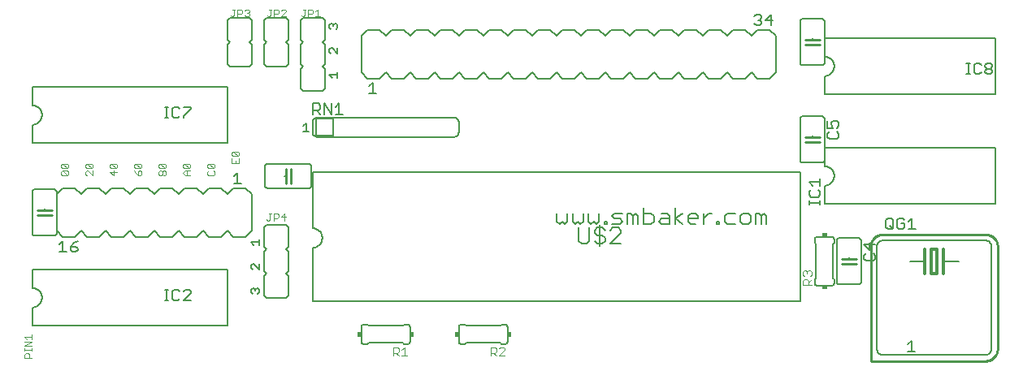
<source format=gto>
G75*
%MOIN*%
%OFA0B0*%
%FSLAX24Y24*%
%IPPOS*%
%LPD*%
%AMOC8*
5,1,8,0,0,1.08239X$1,22.5*
%
%ADD10C,0.0030*%
%ADD11C,0.0060*%
%ADD12C,0.0050*%
%ADD13C,0.0100*%
%ADD14C,0.0120*%
%ADD15C,0.0040*%
%ADD16R,0.0150X0.0200*%
%ADD17R,0.0200X0.0150*%
D10*
X000295Y002115D02*
X000295Y002260D01*
X000343Y002308D01*
X000440Y002308D01*
X000488Y002260D01*
X000488Y002115D01*
X000585Y002115D02*
X000295Y002115D01*
X000295Y002410D02*
X000295Y002506D01*
X000295Y002458D02*
X000585Y002458D01*
X000585Y002410D02*
X000585Y002506D01*
X000585Y002606D02*
X000295Y002606D01*
X000585Y002800D01*
X000295Y002800D01*
X000392Y002901D02*
X000295Y002997D01*
X000585Y002997D01*
X000585Y002901D02*
X000585Y003094D01*
X010215Y007813D02*
X010263Y007765D01*
X010312Y007765D01*
X010360Y007813D01*
X010360Y008055D01*
X010312Y008055D02*
X010408Y008055D01*
X010510Y008055D02*
X010655Y008055D01*
X010703Y008007D01*
X010703Y007910D01*
X010655Y007862D01*
X010510Y007862D01*
X010510Y007765D02*
X010510Y008055D01*
X010804Y007910D02*
X010998Y007910D01*
X010949Y007765D02*
X010949Y008055D01*
X010804Y007910D01*
X008085Y009663D02*
X008085Y009760D01*
X008037Y009808D01*
X008037Y009910D02*
X007843Y010103D01*
X008037Y010103D01*
X008085Y010055D01*
X008085Y009958D01*
X008037Y009910D01*
X007843Y009910D01*
X007795Y009958D01*
X007795Y010055D01*
X007843Y010103D01*
X007843Y009808D02*
X007795Y009760D01*
X007795Y009663D01*
X007843Y009615D01*
X008037Y009615D01*
X008085Y009663D01*
X007085Y009615D02*
X006892Y009615D01*
X006795Y009712D01*
X006892Y009808D01*
X007085Y009808D01*
X007037Y009910D02*
X006843Y009910D01*
X006795Y009958D01*
X006795Y010055D01*
X006843Y010103D01*
X007037Y009910D01*
X007085Y009958D01*
X007085Y010055D01*
X007037Y010103D01*
X006843Y010103D01*
X006940Y009808D02*
X006940Y009615D01*
X006085Y009663D02*
X006037Y009615D01*
X005988Y009615D01*
X005940Y009663D01*
X005940Y009760D01*
X005988Y009808D01*
X006037Y009808D01*
X006085Y009760D01*
X006085Y009663D01*
X005940Y009663D02*
X005892Y009615D01*
X005843Y009615D01*
X005795Y009663D01*
X005795Y009760D01*
X005843Y009808D01*
X005892Y009808D01*
X005940Y009760D01*
X006037Y009910D02*
X005843Y010103D01*
X006037Y010103D01*
X006085Y010055D01*
X006085Y009958D01*
X006037Y009910D01*
X005843Y009910D01*
X005795Y009958D01*
X005795Y010055D01*
X005843Y010103D01*
X005085Y010055D02*
X005085Y009958D01*
X005037Y009910D01*
X004843Y010103D01*
X005037Y010103D01*
X005085Y010055D01*
X005037Y009910D02*
X004843Y009910D01*
X004795Y009958D01*
X004795Y010055D01*
X004843Y010103D01*
X004085Y010055D02*
X004085Y009958D01*
X004037Y009910D01*
X003843Y010103D01*
X004037Y010103D01*
X004085Y010055D01*
X004037Y009910D02*
X003843Y009910D01*
X003795Y009958D01*
X003795Y010055D01*
X003843Y010103D01*
X003940Y009808D02*
X003940Y009615D01*
X003795Y009760D01*
X004085Y009760D01*
X004795Y009808D02*
X004843Y009712D01*
X004940Y009615D01*
X004940Y009760D01*
X004988Y009808D01*
X005037Y009808D01*
X005085Y009760D01*
X005085Y009663D01*
X005037Y009615D01*
X004940Y009615D01*
X003085Y009615D02*
X002892Y009808D01*
X002843Y009808D01*
X002795Y009760D01*
X002795Y009663D01*
X002843Y009615D01*
X003085Y009615D02*
X003085Y009808D01*
X003037Y009910D02*
X002843Y010103D01*
X003037Y010103D01*
X003085Y010055D01*
X003085Y009958D01*
X003037Y009910D01*
X002843Y009910D01*
X002795Y009958D01*
X002795Y010055D01*
X002843Y010103D01*
X002085Y010055D02*
X002085Y009958D01*
X002037Y009910D01*
X001843Y010103D01*
X002037Y010103D01*
X002085Y010055D01*
X002037Y009910D02*
X001843Y009910D01*
X001795Y009958D01*
X001795Y010055D01*
X001843Y010103D01*
X001843Y009808D02*
X002037Y009615D01*
X002085Y009663D01*
X002085Y009760D01*
X002037Y009808D01*
X001843Y009808D01*
X001795Y009760D01*
X001795Y009663D01*
X001843Y009615D01*
X002037Y009615D01*
X008795Y010115D02*
X009085Y010115D01*
X009085Y010308D01*
X009037Y010410D02*
X008843Y010410D01*
X008795Y010458D01*
X008795Y010555D01*
X008843Y010603D01*
X009037Y010410D01*
X009085Y010458D01*
X009085Y010555D01*
X009037Y010603D01*
X008843Y010603D01*
X008795Y010308D02*
X008795Y010115D01*
X008940Y010115D02*
X008940Y010212D01*
X009026Y016145D02*
X009026Y016435D01*
X009171Y016435D01*
X009219Y016387D01*
X009219Y016290D01*
X009171Y016242D01*
X009026Y016242D01*
X008876Y016193D02*
X008876Y016435D01*
X008828Y016435D02*
X008925Y016435D01*
X009320Y016387D02*
X009369Y016435D01*
X009465Y016435D01*
X009514Y016387D01*
X009514Y016338D01*
X009465Y016290D01*
X009514Y016242D01*
X009514Y016193D01*
X009465Y016145D01*
X009369Y016145D01*
X009320Y016193D01*
X009417Y016290D02*
X009465Y016290D01*
X008876Y016193D02*
X008828Y016145D01*
X008779Y016145D01*
X008731Y016193D01*
X010231Y016193D02*
X010279Y016145D01*
X010328Y016145D01*
X010376Y016193D01*
X010376Y016435D01*
X010328Y016435D02*
X010425Y016435D01*
X010526Y016435D02*
X010671Y016435D01*
X010719Y016387D01*
X010719Y016290D01*
X010671Y016242D01*
X010526Y016242D01*
X010526Y016145D02*
X010526Y016435D01*
X010820Y016387D02*
X010869Y016435D01*
X010965Y016435D01*
X011014Y016387D01*
X011014Y016338D01*
X010820Y016145D01*
X011014Y016145D01*
X011631Y016193D02*
X011679Y016145D01*
X011728Y016145D01*
X011776Y016193D01*
X011776Y016435D01*
X011728Y016435D02*
X011825Y016435D01*
X011926Y016435D02*
X012071Y016435D01*
X012119Y016387D01*
X012119Y016290D01*
X012071Y016242D01*
X011926Y016242D01*
X011926Y016145D02*
X011926Y016435D01*
X012220Y016338D02*
X012317Y016435D01*
X012317Y016145D01*
X012220Y016145D02*
X012414Y016145D01*
D11*
X012500Y016100D02*
X011700Y016100D01*
X011600Y016000D01*
X011600Y015200D01*
X011700Y015100D01*
X011600Y015000D01*
X011600Y014200D01*
X011700Y014100D01*
X011600Y014000D01*
X011600Y013200D01*
X011700Y013100D01*
X012500Y013100D01*
X012600Y013200D01*
X012600Y014000D01*
X012500Y014100D01*
X012600Y014200D01*
X012600Y015000D01*
X012500Y015100D01*
X012600Y015200D01*
X012600Y016000D01*
X012500Y016100D01*
X011100Y016000D02*
X011000Y016100D01*
X010200Y016100D01*
X010100Y016000D01*
X010100Y015200D01*
X010200Y015100D01*
X010100Y015000D01*
X010100Y014200D01*
X010200Y014100D01*
X011000Y014100D01*
X011100Y014200D01*
X011100Y015000D01*
X011000Y015100D01*
X011100Y015200D01*
X011100Y016000D01*
X009600Y016000D02*
X009600Y015200D01*
X009500Y015100D01*
X009600Y015000D01*
X009600Y014200D01*
X009500Y014100D01*
X008700Y014100D01*
X008600Y014200D01*
X008600Y015000D01*
X008700Y015100D01*
X008600Y015200D01*
X008600Y016000D01*
X008700Y016100D01*
X009500Y016100D01*
X009600Y016000D01*
X014100Y015350D02*
X014100Y013850D01*
X014350Y013600D01*
X014850Y013600D01*
X015100Y013850D01*
X015350Y013600D01*
X015850Y013600D01*
X016100Y013850D01*
X016350Y013600D01*
X016850Y013600D01*
X017100Y013850D01*
X017350Y013600D01*
X017850Y013600D01*
X018100Y013850D01*
X018350Y013600D01*
X018850Y013600D01*
X019100Y013850D01*
X019350Y013600D01*
X019850Y013600D01*
X020100Y013850D01*
X020350Y013600D01*
X020850Y013600D01*
X021100Y013850D01*
X021350Y013600D01*
X021850Y013600D01*
X022100Y013850D01*
X022350Y013600D01*
X022850Y013600D01*
X023100Y013850D01*
X023350Y013600D01*
X023850Y013600D01*
X024100Y013850D01*
X024350Y013600D01*
X024850Y013600D01*
X025100Y013850D01*
X025350Y013600D01*
X025850Y013600D01*
X026100Y013850D01*
X026350Y013600D01*
X026850Y013600D01*
X027100Y013850D01*
X027350Y013600D01*
X027850Y013600D01*
X028100Y013850D01*
X028350Y013600D01*
X028850Y013600D01*
X029100Y013850D01*
X029350Y013600D01*
X029850Y013600D01*
X030100Y013850D01*
X030350Y013600D01*
X030850Y013600D01*
X031100Y013850D01*
X031100Y015350D01*
X030850Y015600D01*
X030350Y015600D01*
X030100Y015350D01*
X029850Y015600D01*
X029350Y015600D01*
X029100Y015350D01*
X028850Y015600D01*
X028350Y015600D01*
X028100Y015350D01*
X027850Y015600D01*
X027350Y015600D01*
X027100Y015350D01*
X026850Y015600D01*
X026350Y015600D01*
X026100Y015350D01*
X025850Y015600D01*
X025350Y015600D01*
X025100Y015350D01*
X024850Y015600D01*
X024350Y015600D01*
X024100Y015350D01*
X023850Y015600D01*
X023350Y015600D01*
X023100Y015350D01*
X022850Y015600D01*
X022350Y015600D01*
X022100Y015350D01*
X021850Y015600D01*
X021350Y015600D01*
X021100Y015350D01*
X020850Y015600D01*
X020350Y015600D01*
X020100Y015350D01*
X019850Y015600D01*
X019350Y015600D01*
X019100Y015350D01*
X018850Y015600D01*
X018350Y015600D01*
X018100Y015350D01*
X017850Y015600D01*
X017350Y015600D01*
X017100Y015350D01*
X016850Y015600D01*
X016350Y015600D01*
X016100Y015350D01*
X015850Y015600D01*
X015350Y015600D01*
X015100Y015350D01*
X014850Y015600D01*
X014350Y015600D01*
X014100Y015350D01*
X008600Y013250D02*
X008600Y010950D01*
X000600Y010950D01*
X000600Y011700D01*
X000639Y011702D01*
X000678Y011708D01*
X000716Y011717D01*
X000753Y011730D01*
X000789Y011747D01*
X000822Y011767D01*
X000854Y011791D01*
X000883Y011817D01*
X000909Y011846D01*
X000933Y011878D01*
X000953Y011911D01*
X000970Y011947D01*
X000983Y011984D01*
X000992Y012022D01*
X000998Y012061D01*
X001000Y012100D01*
X000998Y012139D01*
X000992Y012178D01*
X000983Y012216D01*
X000970Y012253D01*
X000953Y012289D01*
X000933Y012322D01*
X000909Y012354D01*
X000883Y012383D01*
X000854Y012409D01*
X000822Y012433D01*
X000789Y012453D01*
X000753Y012470D01*
X000716Y012483D01*
X000678Y012492D01*
X000639Y012498D01*
X000600Y012500D01*
X000600Y013250D01*
X008600Y013250D01*
X012100Y011800D02*
X012100Y011400D01*
X012102Y011374D01*
X012107Y011348D01*
X012115Y011323D01*
X012127Y011300D01*
X012141Y011278D01*
X012159Y011259D01*
X012178Y011241D01*
X012200Y011227D01*
X012223Y011215D01*
X012248Y011207D01*
X012274Y011202D01*
X012300Y011200D01*
X017900Y011200D01*
X017926Y011202D01*
X017952Y011207D01*
X017977Y011215D01*
X018000Y011227D01*
X018022Y011241D01*
X018041Y011259D01*
X018059Y011278D01*
X018073Y011300D01*
X018085Y011323D01*
X018093Y011348D01*
X018098Y011374D01*
X018100Y011400D01*
X018100Y011800D01*
X018098Y011826D01*
X018093Y011852D01*
X018085Y011877D01*
X018073Y011900D01*
X018059Y011922D01*
X018041Y011941D01*
X018022Y011959D01*
X018000Y011973D01*
X017977Y011985D01*
X017952Y011993D01*
X017926Y011998D01*
X017900Y012000D01*
X012300Y012000D01*
X012250Y011950D02*
X012250Y011250D01*
X012950Y011250D01*
X012950Y011950D01*
X012250Y011950D01*
X012300Y012000D02*
X012274Y011998D01*
X012248Y011993D01*
X012223Y011985D01*
X012200Y011973D01*
X012178Y011959D01*
X012159Y011941D01*
X012141Y011922D01*
X012127Y011900D01*
X012115Y011877D01*
X012107Y011852D01*
X012102Y011826D01*
X012100Y011800D01*
X011950Y010100D02*
X010250Y010100D01*
X010233Y010098D01*
X010216Y010094D01*
X010200Y010087D01*
X010186Y010077D01*
X010173Y010064D01*
X010163Y010050D01*
X010156Y010034D01*
X010152Y010017D01*
X010150Y010000D01*
X010150Y009200D01*
X010152Y009183D01*
X010156Y009166D01*
X010163Y009150D01*
X010173Y009136D01*
X010186Y009123D01*
X010200Y009113D01*
X010216Y009106D01*
X010233Y009102D01*
X010250Y009100D01*
X011950Y009100D01*
X011967Y009102D01*
X011984Y009106D01*
X012000Y009113D01*
X012014Y009123D01*
X012027Y009136D01*
X012037Y009150D01*
X012044Y009166D01*
X012048Y009183D01*
X012050Y009200D01*
X012050Y010000D01*
X012048Y010017D01*
X012044Y010034D01*
X012037Y010050D01*
X012027Y010064D01*
X012014Y010077D01*
X012000Y010087D01*
X011984Y010094D01*
X011967Y010098D01*
X011950Y010100D01*
X012100Y009750D02*
X012100Y007450D01*
X012139Y007448D01*
X012178Y007442D01*
X012216Y007433D01*
X012253Y007420D01*
X012289Y007403D01*
X012322Y007383D01*
X012354Y007359D01*
X012383Y007333D01*
X012409Y007304D01*
X012433Y007272D01*
X012453Y007239D01*
X012470Y007203D01*
X012483Y007166D01*
X012492Y007128D01*
X012498Y007089D01*
X012500Y007050D01*
X012498Y007011D01*
X012492Y006972D01*
X012483Y006934D01*
X012470Y006897D01*
X012453Y006861D01*
X012433Y006828D01*
X012409Y006796D01*
X012383Y006767D01*
X012354Y006741D01*
X012322Y006717D01*
X012289Y006697D01*
X012253Y006680D01*
X012216Y006667D01*
X012178Y006658D01*
X012139Y006652D01*
X012100Y006650D01*
X012100Y004450D01*
X032100Y004450D01*
X032100Y009750D01*
X012100Y009750D01*
X011250Y009600D02*
X011200Y009600D01*
X011000Y009600D02*
X010950Y009600D01*
X009600Y008850D02*
X009350Y009100D01*
X008850Y009100D01*
X008600Y008850D01*
X008350Y009100D01*
X007850Y009100D01*
X007600Y008850D01*
X007350Y009100D01*
X006850Y009100D01*
X006600Y008850D01*
X006350Y009100D01*
X005850Y009100D01*
X005600Y008850D01*
X005350Y009100D01*
X004850Y009100D01*
X004600Y008850D01*
X004350Y009100D01*
X003850Y009100D01*
X003600Y008850D01*
X003350Y009100D01*
X002850Y009100D01*
X002600Y008850D01*
X002350Y009100D01*
X001850Y009100D01*
X001600Y008850D01*
X001600Y007350D01*
X001850Y007100D01*
X002350Y007100D01*
X002600Y007350D01*
X002850Y007100D01*
X003350Y007100D01*
X003600Y007350D01*
X003850Y007100D01*
X004350Y007100D01*
X004600Y007350D01*
X004850Y007100D01*
X005350Y007100D01*
X005600Y007350D01*
X005850Y007100D01*
X006350Y007100D01*
X006600Y007350D01*
X006850Y007100D01*
X007350Y007100D01*
X007600Y007350D01*
X007850Y007100D01*
X008350Y007100D01*
X008600Y007350D01*
X008850Y007100D01*
X009350Y007100D01*
X009600Y007350D01*
X009600Y008850D01*
X010200Y007600D02*
X010100Y007500D01*
X010100Y006700D01*
X010200Y006600D01*
X010100Y006500D01*
X010100Y005700D01*
X010200Y005600D01*
X010100Y005500D01*
X010100Y004700D01*
X010200Y004600D01*
X011000Y004600D01*
X011100Y004700D01*
X011100Y005500D01*
X011000Y005600D01*
X011100Y005700D01*
X011100Y006500D01*
X011000Y006600D01*
X011100Y006700D01*
X011100Y007500D01*
X011000Y007600D01*
X010200Y007600D01*
X008600Y005750D02*
X008600Y003450D01*
X000600Y003450D01*
X000600Y004200D01*
X000639Y004202D01*
X000678Y004208D01*
X000716Y004217D01*
X000753Y004230D01*
X000789Y004247D01*
X000822Y004267D01*
X000854Y004291D01*
X000883Y004317D01*
X000909Y004346D01*
X000933Y004378D01*
X000953Y004411D01*
X000970Y004447D01*
X000983Y004484D01*
X000992Y004522D01*
X000998Y004561D01*
X001000Y004600D01*
X000998Y004639D01*
X000992Y004678D01*
X000983Y004716D01*
X000970Y004753D01*
X000953Y004789D01*
X000933Y004822D01*
X000909Y004854D01*
X000883Y004883D01*
X000854Y004909D01*
X000822Y004933D01*
X000789Y004953D01*
X000753Y004970D01*
X000716Y004983D01*
X000678Y004992D01*
X000639Y004998D01*
X000600Y005000D01*
X000600Y005750D01*
X008600Y005750D01*
X014100Y003400D02*
X014100Y002800D01*
X014102Y002783D01*
X014106Y002766D01*
X014113Y002750D01*
X014123Y002736D01*
X014136Y002723D01*
X014150Y002713D01*
X014166Y002706D01*
X014183Y002702D01*
X014200Y002700D01*
X014350Y002700D01*
X014400Y002750D01*
X015800Y002750D01*
X015850Y002700D01*
X016000Y002700D01*
X016017Y002702D01*
X016034Y002706D01*
X016050Y002713D01*
X016064Y002723D01*
X016077Y002736D01*
X016087Y002750D01*
X016094Y002766D01*
X016098Y002783D01*
X016100Y002800D01*
X016100Y003400D01*
X016098Y003417D01*
X016094Y003434D01*
X016087Y003450D01*
X016077Y003464D01*
X016064Y003477D01*
X016050Y003487D01*
X016034Y003494D01*
X016017Y003498D01*
X016000Y003500D01*
X015850Y003500D01*
X015800Y003450D01*
X014400Y003450D01*
X014350Y003500D01*
X014200Y003500D01*
X014183Y003498D01*
X014166Y003494D01*
X014150Y003487D01*
X014136Y003477D01*
X014123Y003464D01*
X014113Y003450D01*
X014106Y003434D01*
X014102Y003417D01*
X014100Y003400D01*
X018100Y003400D02*
X018100Y002800D01*
X018102Y002783D01*
X018106Y002766D01*
X018113Y002750D01*
X018123Y002736D01*
X018136Y002723D01*
X018150Y002713D01*
X018166Y002706D01*
X018183Y002702D01*
X018200Y002700D01*
X018350Y002700D01*
X018400Y002750D01*
X019800Y002750D01*
X019850Y002700D01*
X020000Y002700D01*
X020017Y002702D01*
X020034Y002706D01*
X020050Y002713D01*
X020064Y002723D01*
X020077Y002736D01*
X020087Y002750D01*
X020094Y002766D01*
X020098Y002783D01*
X020100Y002800D01*
X020100Y003400D01*
X020098Y003417D01*
X020094Y003434D01*
X020087Y003450D01*
X020077Y003464D01*
X020064Y003477D01*
X020050Y003487D01*
X020034Y003494D01*
X020017Y003498D01*
X020000Y003500D01*
X019850Y003500D01*
X019800Y003450D01*
X018400Y003450D01*
X018350Y003500D01*
X018200Y003500D01*
X018183Y003498D01*
X018166Y003494D01*
X018150Y003487D01*
X018136Y003477D01*
X018123Y003464D01*
X018113Y003450D01*
X018106Y003434D01*
X018102Y003417D01*
X018100Y003400D01*
X023030Y006937D02*
X023137Y006830D01*
X023350Y006830D01*
X023457Y006937D01*
X023457Y007471D01*
X023526Y007630D02*
X023633Y007737D01*
X023739Y007630D01*
X023846Y007737D01*
X023846Y008057D01*
X023419Y008057D02*
X023419Y007737D01*
X023526Y007630D01*
X023781Y007471D02*
X023995Y007471D01*
X024102Y007364D01*
X024319Y007364D02*
X024426Y007471D01*
X024639Y007471D01*
X024746Y007364D01*
X024746Y007257D01*
X024319Y006830D01*
X024746Y006830D01*
X024102Y006937D02*
X024102Y007044D01*
X023995Y007150D01*
X023781Y007150D01*
X023675Y007257D01*
X023675Y007364D01*
X023781Y007471D01*
X023888Y007577D02*
X023888Y006723D01*
X023781Y006830D02*
X023995Y006830D01*
X024102Y006937D01*
X023781Y006830D02*
X023675Y006937D01*
X023030Y006937D02*
X023030Y007471D01*
X023095Y007630D02*
X023202Y007737D01*
X023202Y008057D01*
X022775Y008057D02*
X022775Y007737D01*
X022881Y007630D01*
X022988Y007737D01*
X023095Y007630D01*
X022557Y007737D02*
X022557Y008057D01*
X022130Y008057D02*
X022130Y007737D01*
X022237Y007630D01*
X022344Y007737D01*
X022450Y007630D01*
X022557Y007737D01*
X024064Y007737D02*
X024064Y007630D01*
X024170Y007630D01*
X024170Y007737D01*
X024064Y007737D01*
X024386Y007630D02*
X024706Y007630D01*
X024813Y007737D01*
X024706Y007844D01*
X024493Y007844D01*
X024386Y007950D01*
X024493Y008057D01*
X024813Y008057D01*
X025030Y008057D02*
X025137Y008057D01*
X025244Y007950D01*
X025351Y008057D01*
X025458Y007950D01*
X025458Y007630D01*
X025244Y007630D02*
X025244Y007950D01*
X025030Y008057D02*
X025030Y007630D01*
X025675Y007630D02*
X025995Y007630D01*
X026102Y007737D01*
X026102Y007950D01*
X025995Y008057D01*
X025675Y008057D01*
X025675Y008271D02*
X025675Y007630D01*
X026320Y007737D02*
X026426Y007844D01*
X026747Y007844D01*
X026747Y007950D02*
X026747Y007630D01*
X026426Y007630D01*
X026320Y007737D01*
X026640Y008057D02*
X026747Y007950D01*
X026640Y008057D02*
X026426Y008057D01*
X026964Y008271D02*
X026964Y007630D01*
X026964Y007844D02*
X027284Y008057D01*
X027501Y007950D02*
X027608Y008057D01*
X027822Y008057D01*
X027928Y007950D01*
X027928Y007844D01*
X027501Y007844D01*
X027501Y007950D02*
X027501Y007737D01*
X027608Y007630D01*
X027822Y007630D01*
X028146Y007630D02*
X028146Y008057D01*
X028359Y008057D02*
X028466Y008057D01*
X028359Y008057D02*
X028146Y007844D01*
X028683Y007737D02*
X028683Y007630D01*
X028790Y007630D01*
X028790Y007737D01*
X028683Y007737D01*
X029005Y007737D02*
X029112Y007630D01*
X029432Y007630D01*
X029650Y007737D02*
X029757Y007630D01*
X029970Y007630D01*
X030077Y007737D01*
X030077Y007950D01*
X029970Y008057D01*
X029757Y008057D01*
X029650Y007950D01*
X029650Y007737D01*
X030294Y007630D02*
X030294Y008057D01*
X030401Y008057D01*
X030508Y007950D01*
X030615Y008057D01*
X030721Y007950D01*
X030721Y007630D01*
X030508Y007630D02*
X030508Y007950D01*
X029432Y008057D02*
X029112Y008057D01*
X029005Y007950D01*
X029005Y007737D01*
X027284Y007630D02*
X026964Y007844D01*
X032200Y010150D02*
X033000Y010150D01*
X033017Y010152D01*
X033034Y010156D01*
X033050Y010163D01*
X033064Y010173D01*
X033077Y010186D01*
X033087Y010200D01*
X033094Y010216D01*
X033098Y010233D01*
X033100Y010250D01*
X033100Y011950D01*
X033098Y011967D01*
X033094Y011984D01*
X033087Y012000D01*
X033077Y012014D01*
X033064Y012027D01*
X033050Y012037D01*
X033034Y012044D01*
X033017Y012048D01*
X033000Y012050D01*
X032200Y012050D01*
X032183Y012048D01*
X032166Y012044D01*
X032150Y012037D01*
X032136Y012027D01*
X032123Y012014D01*
X032113Y012000D01*
X032106Y011984D01*
X032102Y011967D01*
X032100Y011950D01*
X032100Y010250D01*
X032102Y010233D01*
X032106Y010216D01*
X032113Y010200D01*
X032123Y010186D01*
X032136Y010173D01*
X032150Y010163D01*
X032166Y010156D01*
X032183Y010152D01*
X032200Y010150D01*
X033100Y010000D02*
X033100Y010750D01*
X040100Y010750D01*
X040100Y008450D01*
X033100Y008450D01*
X033100Y009200D01*
X033139Y009202D01*
X033178Y009208D01*
X033216Y009217D01*
X033253Y009230D01*
X033289Y009247D01*
X033322Y009267D01*
X033354Y009291D01*
X033383Y009317D01*
X033409Y009346D01*
X033433Y009378D01*
X033453Y009411D01*
X033470Y009447D01*
X033483Y009484D01*
X033492Y009522D01*
X033498Y009561D01*
X033500Y009600D01*
X033498Y009639D01*
X033492Y009678D01*
X033483Y009716D01*
X033470Y009753D01*
X033453Y009789D01*
X033433Y009822D01*
X033409Y009854D01*
X033383Y009883D01*
X033354Y009909D01*
X033322Y009933D01*
X033289Y009953D01*
X033253Y009970D01*
X033216Y009983D01*
X033178Y009992D01*
X033139Y009998D01*
X033100Y010000D01*
X032600Y010950D02*
X032600Y011000D01*
X032600Y011200D02*
X032600Y011250D01*
X033100Y012950D02*
X033100Y013700D01*
X033139Y013702D01*
X033178Y013708D01*
X033216Y013717D01*
X033253Y013730D01*
X033289Y013747D01*
X033322Y013767D01*
X033354Y013791D01*
X033383Y013817D01*
X033409Y013846D01*
X033433Y013878D01*
X033453Y013911D01*
X033470Y013947D01*
X033483Y013984D01*
X033492Y014022D01*
X033498Y014061D01*
X033500Y014100D01*
X033498Y014139D01*
X033492Y014178D01*
X033483Y014216D01*
X033470Y014253D01*
X033453Y014289D01*
X033433Y014322D01*
X033409Y014354D01*
X033383Y014383D01*
X033354Y014409D01*
X033322Y014433D01*
X033289Y014453D01*
X033253Y014470D01*
X033216Y014483D01*
X033178Y014492D01*
X033139Y014498D01*
X033100Y014500D01*
X033100Y015250D01*
X040100Y015250D01*
X040100Y012950D01*
X033100Y012950D01*
X033000Y014150D02*
X032200Y014150D01*
X032183Y014152D01*
X032166Y014156D01*
X032150Y014163D01*
X032136Y014173D01*
X032123Y014186D01*
X032113Y014200D01*
X032106Y014216D01*
X032102Y014233D01*
X032100Y014250D01*
X032100Y015950D01*
X032102Y015967D01*
X032106Y015984D01*
X032113Y016000D01*
X032123Y016014D01*
X032136Y016027D01*
X032150Y016037D01*
X032166Y016044D01*
X032183Y016048D01*
X032200Y016050D01*
X033000Y016050D01*
X033017Y016048D01*
X033034Y016044D01*
X033050Y016037D01*
X033064Y016027D01*
X033077Y016014D01*
X033087Y016000D01*
X033094Y015984D01*
X033098Y015967D01*
X033100Y015950D01*
X033100Y014250D01*
X033098Y014233D01*
X033094Y014216D01*
X033087Y014200D01*
X033077Y014186D01*
X033064Y014173D01*
X033050Y014163D01*
X033034Y014156D01*
X033017Y014152D01*
X033000Y014150D01*
X032600Y014950D02*
X032600Y015000D01*
X032600Y015200D02*
X032600Y015250D01*
X032800Y007100D02*
X033400Y007100D01*
X033417Y007098D01*
X033434Y007094D01*
X033450Y007087D01*
X033464Y007077D01*
X033477Y007064D01*
X033487Y007050D01*
X033494Y007034D01*
X033498Y007017D01*
X033500Y007000D01*
X033500Y006850D01*
X033450Y006800D01*
X033450Y005400D01*
X033500Y005350D01*
X033500Y005200D01*
X033498Y005183D01*
X033494Y005166D01*
X033487Y005150D01*
X033477Y005136D01*
X033464Y005123D01*
X033450Y005113D01*
X033434Y005106D01*
X033417Y005102D01*
X033400Y005100D01*
X032800Y005100D01*
X032783Y005102D01*
X032766Y005106D01*
X032750Y005113D01*
X032736Y005123D01*
X032723Y005136D01*
X032713Y005150D01*
X032706Y005166D01*
X032702Y005183D01*
X032700Y005200D01*
X032700Y005350D01*
X032750Y005400D01*
X032750Y006800D01*
X032700Y006850D01*
X032700Y007000D01*
X032702Y007017D01*
X032706Y007034D01*
X032713Y007050D01*
X032723Y007064D01*
X032736Y007077D01*
X032750Y007087D01*
X032766Y007094D01*
X032783Y007098D01*
X032800Y007100D01*
X033600Y006950D02*
X033600Y005250D01*
X033602Y005233D01*
X033606Y005216D01*
X033613Y005200D01*
X033623Y005186D01*
X033636Y005173D01*
X033650Y005163D01*
X033666Y005156D01*
X033683Y005152D01*
X033700Y005150D01*
X034500Y005150D01*
X034517Y005152D01*
X034534Y005156D01*
X034550Y005163D01*
X034564Y005173D01*
X034577Y005186D01*
X034587Y005200D01*
X034594Y005216D01*
X034598Y005233D01*
X034600Y005250D01*
X034600Y006950D01*
X034598Y006967D01*
X034594Y006984D01*
X034587Y007000D01*
X034577Y007014D01*
X034564Y007027D01*
X034550Y007037D01*
X034534Y007044D01*
X034517Y007048D01*
X034500Y007050D01*
X033700Y007050D01*
X033683Y007048D01*
X033666Y007044D01*
X033650Y007037D01*
X033636Y007027D01*
X033623Y007014D01*
X033613Y007000D01*
X033606Y006984D01*
X033602Y006967D01*
X033600Y006950D01*
X034100Y006250D02*
X034100Y006200D01*
X034100Y006000D02*
X034100Y005950D01*
X035250Y006700D02*
X035250Y002500D01*
X035252Y002470D01*
X035257Y002440D01*
X035266Y002411D01*
X035279Y002384D01*
X035294Y002358D01*
X035313Y002334D01*
X035334Y002313D01*
X035358Y002294D01*
X035384Y002279D01*
X035411Y002266D01*
X035440Y002257D01*
X035470Y002252D01*
X035500Y002250D01*
X039700Y002250D01*
X039730Y002252D01*
X039760Y002257D01*
X039789Y002266D01*
X039816Y002279D01*
X039842Y002294D01*
X039866Y002313D01*
X039887Y002334D01*
X039906Y002358D01*
X039921Y002384D01*
X039934Y002411D01*
X039943Y002440D01*
X039948Y002470D01*
X039950Y002500D01*
X039950Y006700D01*
X039948Y006730D01*
X039943Y006760D01*
X039934Y006789D01*
X039921Y006816D01*
X039906Y006842D01*
X039887Y006866D01*
X039866Y006887D01*
X039842Y006906D01*
X039816Y006921D01*
X039789Y006934D01*
X039760Y006943D01*
X039730Y006948D01*
X039700Y006950D01*
X035500Y006950D01*
X035470Y006948D01*
X035440Y006943D01*
X035411Y006934D01*
X035384Y006921D01*
X035358Y006906D01*
X035334Y006887D01*
X035313Y006866D01*
X035294Y006842D01*
X035279Y006816D01*
X035266Y006789D01*
X035257Y006760D01*
X035252Y006730D01*
X035250Y006700D01*
X036600Y006100D02*
X037230Y006100D01*
X037970Y006100D02*
X038600Y006100D01*
X001600Y007250D02*
X001600Y008950D01*
X001598Y008967D01*
X001594Y008984D01*
X001587Y009000D01*
X001577Y009014D01*
X001564Y009027D01*
X001550Y009037D01*
X001534Y009044D01*
X001517Y009048D01*
X001500Y009050D01*
X000700Y009050D01*
X000683Y009048D01*
X000666Y009044D01*
X000650Y009037D01*
X000636Y009027D01*
X000623Y009014D01*
X000613Y009000D01*
X000606Y008984D01*
X000602Y008967D01*
X000600Y008950D01*
X000600Y007250D01*
X000602Y007233D01*
X000606Y007216D01*
X000613Y007200D01*
X000623Y007186D01*
X000636Y007173D01*
X000650Y007163D01*
X000666Y007156D01*
X000683Y007152D01*
X000700Y007150D01*
X001500Y007150D01*
X001517Y007152D01*
X001534Y007156D01*
X001550Y007163D01*
X001564Y007173D01*
X001577Y007186D01*
X001587Y007200D01*
X001594Y007216D01*
X001598Y007233D01*
X001600Y007250D01*
X001100Y007950D02*
X001100Y008000D01*
X001100Y008200D02*
X001100Y008250D01*
D12*
X001854Y006925D02*
X001854Y006475D01*
X001704Y006475D02*
X002004Y006475D01*
X002165Y006550D02*
X002240Y006475D01*
X002390Y006475D01*
X002465Y006550D01*
X002465Y006625D01*
X002390Y006700D01*
X002165Y006700D01*
X002165Y006550D01*
X002165Y006700D02*
X002315Y006850D01*
X002465Y006925D01*
X001854Y006925D02*
X001704Y006775D01*
X006047Y004925D02*
X006197Y004925D01*
X006122Y004925D02*
X006122Y004475D01*
X006047Y004475D02*
X006197Y004475D01*
X006354Y004550D02*
X006429Y004475D01*
X006579Y004475D01*
X006654Y004550D01*
X006815Y004475D02*
X007115Y004775D01*
X007115Y004850D01*
X007040Y004925D01*
X006890Y004925D01*
X006815Y004850D01*
X006654Y004850D02*
X006579Y004925D01*
X006429Y004925D01*
X006354Y004850D01*
X006354Y004550D01*
X006815Y004475D02*
X007115Y004475D01*
X009575Y004823D02*
X009575Y004936D01*
X009631Y004993D01*
X009688Y004993D01*
X009745Y004936D01*
X009802Y004993D01*
X009858Y004993D01*
X009915Y004936D01*
X009915Y004823D01*
X009858Y004766D01*
X009745Y004879D02*
X009745Y004936D01*
X009631Y004766D02*
X009575Y004823D01*
X009631Y005766D02*
X009575Y005823D01*
X009575Y005936D01*
X009631Y005993D01*
X009688Y005993D01*
X009915Y005766D01*
X009915Y005993D01*
X009915Y006766D02*
X009915Y006993D01*
X009915Y006879D02*
X009575Y006879D01*
X009688Y006766D01*
X009165Y009275D02*
X008865Y009275D01*
X009015Y009275D02*
X009015Y009725D01*
X008865Y009575D01*
X011725Y011425D02*
X011952Y011425D01*
X011838Y011425D02*
X011838Y011765D01*
X011725Y011652D01*
X012125Y012125D02*
X012125Y012575D01*
X012350Y012575D01*
X012425Y012500D01*
X012425Y012350D01*
X012350Y012275D01*
X012125Y012275D01*
X012275Y012275D02*
X012425Y012125D01*
X012585Y012125D02*
X012585Y012575D01*
X012886Y012125D01*
X012886Y012575D01*
X013046Y012425D02*
X013196Y012575D01*
X013196Y012125D01*
X013046Y012125D02*
X013346Y012125D01*
X014425Y012975D02*
X014725Y012975D01*
X014575Y012975D02*
X014575Y013425D01*
X014425Y013275D01*
X013125Y013625D02*
X013125Y013852D01*
X013125Y013738D02*
X012785Y013738D01*
X012898Y013625D01*
X012841Y014625D02*
X012785Y014682D01*
X012785Y014795D01*
X012841Y014852D01*
X012898Y014852D01*
X013125Y014625D01*
X013125Y014852D01*
X013068Y015625D02*
X013125Y015682D01*
X013125Y015795D01*
X013068Y015852D01*
X013012Y015852D01*
X012955Y015795D01*
X012955Y015738D01*
X012955Y015795D02*
X012898Y015852D01*
X012841Y015852D01*
X012785Y015795D01*
X012785Y015682D01*
X012841Y015625D01*
X007115Y012425D02*
X006815Y012425D01*
X006654Y012350D02*
X006579Y012425D01*
X006429Y012425D01*
X006354Y012350D01*
X006354Y012050D01*
X006429Y011975D01*
X006579Y011975D01*
X006654Y012050D01*
X006815Y012050D02*
X006815Y011975D01*
X006815Y012050D02*
X007115Y012350D01*
X007115Y012425D01*
X006197Y012425D02*
X006047Y012425D01*
X006122Y012425D02*
X006122Y011975D01*
X006047Y011975D02*
X006197Y011975D01*
X030225Y015850D02*
X030300Y015775D01*
X030450Y015775D01*
X030525Y015850D01*
X030525Y015925D01*
X030450Y016000D01*
X030375Y016000D01*
X030450Y016000D02*
X030525Y016075D01*
X030525Y016150D01*
X030450Y016225D01*
X030300Y016225D01*
X030225Y016150D01*
X030685Y016000D02*
X030986Y016000D01*
X030911Y015775D02*
X030911Y016225D01*
X030685Y016000D01*
X038925Y014225D02*
X039075Y014225D01*
X039000Y014225D02*
X039000Y013775D01*
X038925Y013775D02*
X039075Y013775D01*
X039232Y013850D02*
X039307Y013775D01*
X039457Y013775D01*
X039532Y013850D01*
X039692Y013850D02*
X039692Y013925D01*
X039767Y014000D01*
X039918Y014000D01*
X039993Y013925D01*
X039993Y013850D01*
X039918Y013775D01*
X039767Y013775D01*
X039692Y013850D01*
X039767Y014000D02*
X039692Y014075D01*
X039692Y014150D01*
X039767Y014225D01*
X039918Y014225D01*
X039993Y014150D01*
X039993Y014075D01*
X039918Y014000D01*
X039532Y014150D02*
X039457Y014225D01*
X039307Y014225D01*
X039232Y014150D01*
X039232Y013850D01*
X033675Y011790D02*
X033675Y011640D01*
X033600Y011565D01*
X033450Y011565D02*
X033375Y011715D01*
X033375Y011790D01*
X033450Y011865D01*
X033600Y011865D01*
X033675Y011790D01*
X033450Y011565D02*
X033225Y011565D01*
X033225Y011865D01*
X033300Y011404D02*
X033225Y011329D01*
X033225Y011179D01*
X033300Y011104D01*
X033600Y011104D01*
X033675Y011179D01*
X033675Y011329D01*
X033600Y011404D01*
X032925Y009493D02*
X032925Y009192D01*
X032925Y009342D02*
X032475Y009342D01*
X032625Y009192D01*
X032550Y009032D02*
X032475Y008957D01*
X032475Y008807D01*
X032550Y008732D01*
X032850Y008732D01*
X032925Y008807D01*
X032925Y008957D01*
X032850Y009032D01*
X032925Y008575D02*
X032925Y008425D01*
X032925Y008500D02*
X032475Y008500D01*
X032475Y008425D02*
X032475Y008575D01*
X035625Y007790D02*
X035625Y007490D01*
X035700Y007415D01*
X035850Y007415D01*
X035925Y007490D01*
X035925Y007790D01*
X035850Y007865D01*
X035700Y007865D01*
X035625Y007790D01*
X035775Y007565D02*
X035925Y007415D01*
X036085Y007490D02*
X036160Y007415D01*
X036311Y007415D01*
X036386Y007490D01*
X036386Y007640D01*
X036236Y007640D01*
X036386Y007790D02*
X036311Y007865D01*
X036160Y007865D01*
X036085Y007790D01*
X036085Y007490D01*
X036546Y007415D02*
X036846Y007415D01*
X036696Y007415D02*
X036696Y007865D01*
X036546Y007715D01*
X035175Y006790D02*
X034725Y006790D01*
X034950Y006565D01*
X034950Y006865D01*
X035100Y006404D02*
X035175Y006329D01*
X035175Y006179D01*
X035100Y006104D01*
X034800Y006104D01*
X034725Y006179D01*
X034725Y006329D01*
X034800Y006404D01*
X036675Y002825D02*
X036675Y002375D01*
X036525Y002375D02*
X036825Y002375D01*
X036525Y002675D02*
X036675Y002825D01*
D13*
X035000Y002000D02*
X035000Y006700D01*
X035002Y006744D01*
X035008Y006787D01*
X035017Y006829D01*
X035030Y006871D01*
X035047Y006911D01*
X035067Y006950D01*
X035090Y006987D01*
X035117Y007021D01*
X035146Y007054D01*
X035179Y007083D01*
X035213Y007110D01*
X035250Y007133D01*
X035289Y007153D01*
X035329Y007170D01*
X035371Y007183D01*
X035413Y007192D01*
X035456Y007198D01*
X035500Y007200D01*
X039700Y007200D01*
X039744Y007198D01*
X039787Y007192D01*
X039829Y007183D01*
X039871Y007170D01*
X039911Y007153D01*
X039950Y007133D01*
X039987Y007110D01*
X040021Y007083D01*
X040054Y007054D01*
X040083Y007021D01*
X040110Y006987D01*
X040133Y006950D01*
X040153Y006911D01*
X040170Y006871D01*
X040183Y006829D01*
X040192Y006787D01*
X040198Y006744D01*
X040200Y006700D01*
X040200Y002500D01*
X040198Y002456D01*
X040192Y002413D01*
X040183Y002371D01*
X040170Y002329D01*
X040153Y002289D01*
X040133Y002250D01*
X040110Y002213D01*
X040083Y002179D01*
X040054Y002146D01*
X040021Y002117D01*
X039987Y002090D01*
X039950Y002067D01*
X039911Y002047D01*
X039871Y002030D01*
X039829Y002017D01*
X039787Y002008D01*
X039744Y002002D01*
X039700Y002000D01*
X035000Y002000D01*
X034400Y006000D02*
X034100Y006000D01*
X033800Y006000D01*
X033800Y006200D02*
X034100Y006200D01*
X034400Y006200D01*
X032900Y011000D02*
X032600Y011000D01*
X032300Y011000D01*
X032300Y011200D02*
X032600Y011200D01*
X032900Y011200D01*
X032900Y015000D02*
X032600Y015000D01*
X032300Y015000D01*
X032300Y015200D02*
X032600Y015200D01*
X032900Y015200D01*
X011200Y009900D02*
X011200Y009600D01*
X011200Y009300D01*
X011000Y009300D02*
X011000Y009600D01*
X011000Y009900D01*
X001400Y008200D02*
X001100Y008200D01*
X000800Y008200D01*
X000800Y008000D02*
X001100Y008000D01*
X001400Y008000D01*
D14*
X037230Y006600D02*
X037230Y006100D01*
X037230Y005600D01*
X037470Y005600D02*
X037720Y005600D01*
X037720Y006600D01*
X037470Y006600D01*
X037470Y005600D01*
X037970Y005600D02*
X037970Y006100D01*
X037970Y006600D01*
D15*
X032570Y005654D02*
X032570Y005537D01*
X032512Y005479D01*
X032570Y005354D02*
X032453Y005237D01*
X032453Y005295D02*
X032453Y005120D01*
X032570Y005120D02*
X032220Y005120D01*
X032220Y005295D01*
X032278Y005354D01*
X032395Y005354D01*
X032453Y005295D01*
X032278Y005479D02*
X032220Y005537D01*
X032220Y005654D01*
X032278Y005713D01*
X032336Y005713D01*
X032395Y005654D01*
X032453Y005713D01*
X032512Y005713D01*
X032570Y005654D01*
X032395Y005654D02*
X032395Y005596D01*
X019994Y002512D02*
X019936Y002570D01*
X019819Y002570D01*
X019761Y002512D01*
X019635Y002512D02*
X019635Y002395D01*
X019577Y002337D01*
X019402Y002337D01*
X019519Y002337D02*
X019635Y002220D01*
X019761Y002220D02*
X019994Y002454D01*
X019994Y002512D01*
X019994Y002220D02*
X019761Y002220D01*
X019635Y002512D02*
X019577Y002570D01*
X019402Y002570D01*
X019402Y002220D01*
X015994Y002220D02*
X015761Y002220D01*
X015878Y002220D02*
X015878Y002570D01*
X015761Y002454D01*
X015635Y002512D02*
X015635Y002395D01*
X015577Y002337D01*
X015402Y002337D01*
X015519Y002337D02*
X015635Y002220D01*
X015402Y002220D02*
X015402Y002570D01*
X015577Y002570D01*
X015635Y002512D01*
D16*
X016175Y003100D03*
X018025Y003100D03*
X020175Y003100D03*
X014025Y003100D03*
D17*
X033100Y005025D03*
X033100Y007175D03*
M02*

</source>
